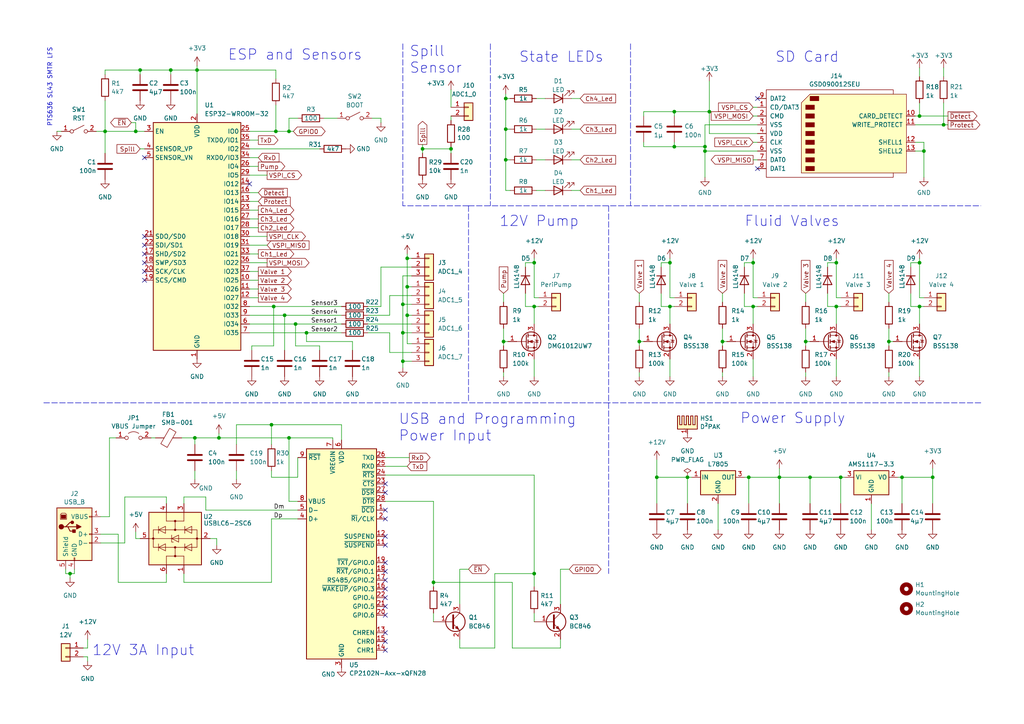
<source format=kicad_sch>
(kicad_sch (version 20230121) (generator eeschema)
  (paper "A4")
  (title_block (title "Plantomation") (date "2023-11-24") (rev "Version 1.0") (company "Synthron"))
  (junction (at 154.94 76.2))
  (junction (at 273.685 36.195))
  (junction (at 204.47 42.545))
  (junction (at 83.82 38.1))
  (junction (at 154.94 88.9))
  (junction (at 154.94 166.37))
  (junction (at 261.62 138.43))
  (junction (at 63.5 127))
  (junction (at 122.555 43.18))
  (junction (at 88.9 96.52))
  (junction (at 190.5 138.43))
  (junction (at 242.57 88.9))
  (junction (at 226.06 138.43))
  (junction (at 195.58 42.545))
  (junction (at 266.7 33.655))
  (junction (at 56.515 127))
  (junction (at 185.42 99.06))
  (junction (at 146.685 37.465))
  (junction (at 118.11 91.44))
  (junction (at 30.48 38.1))
  (junction (at 82.55 91.44))
  (junction (at 199.39 138.43))
  (junction (at 195.58 32.385))
  (junction (at 116.84 104.775))
  (junction (at 118.11 83.185))
  (junction (at 266.7 88.9))
  (junction (at 204.47 43.815))
  (junction (at 234.95 138.43))
  (junction (at 270.51 138.43))
  (junction (at 194.31 76.2))
  (junction (at 243.84 138.43))
  (junction (at 267.97 43.815))
  (junction (at 83.82 127))
  (junction (at 49.53 20.32))
  (junction (at 146.685 28.575))
  (junction (at 242.57 76.2))
  (junction (at 233.68 99.06))
  (junction (at 218.44 88.9))
  (junction (at 40.64 20.32))
  (junction (at 266.7 76.2))
  (junction (at 218.44 76.2))
  (junction (at 257.81 99.06))
  (junction (at 118.11 74.93))
  (junction (at 85.725 93.98))
  (junction (at 78.74 123.19))
  (junction (at 194.31 88.9))
  (junction (at 79.375 88.9))
  (junction (at 205.74 32.385))
  (junction (at 20.32 166.37))
  (junction (at 130.81 43.18))
  (junction (at 39.37 38.1))
  (junction (at 146.05 99.06))
  (junction (at 217.17 138.43))
  (junction (at 146.685 46.355))
  (junction (at 209.55 99.06))
  (junction (at 116.84 96.52))
  (junction (at 116.84 88.265))
  (junction (at 80.01 38.1))
  (junction (at 125.73 168.91))
  (junction (at 57.15 20.32))
  (no_connect (at 111.76 158.115))
  (no_connect (at 41.91 76.2))
  (no_connect (at 111.76 178.435))
  (no_connect (at 111.76 165.735))
  (no_connect (at 111.76 168.275))
  (no_connect (at 111.76 140.335))
  (no_connect (at 111.76 163.195))
  (no_connect (at 111.76 188.595))
  (no_connect (at 111.76 142.875))
  (no_connect (at 219.71 28.575))
  (no_connect (at 111.76 183.515))
  (no_connect (at 41.91 68.58))
  (no_connect (at 111.76 150.495))
  (no_connect (at 41.91 78.74))
  (no_connect (at 111.76 186.055))
  (no_connect (at 111.76 173.355))
  (no_connect (at 111.76 147.955))
  (no_connect (at 219.71 48.895))
  (no_connect (at 111.76 170.815))
  (no_connect (at 41.91 71.12))
  (no_connect (at 72.39 53.34))
  (no_connect (at 41.91 45.72))
  (no_connect (at 41.91 73.66))
  (no_connect (at 41.91 81.28))
  (no_connect (at 111.76 175.895))
  (no_connect (at 111.76 155.575))
  (wire (pts (xy 195.58 33.655) (xy 195.58 32.385)))
  (wire (pts (xy 273.685 36.195) (xy 265.43 36.195)))
  (wire (pts (xy 215.9 138.43) (xy 217.17 138.43)))
  (wire (pts (xy 29.21 157.48) (xy 36.195 157.48)))
  (wire (pts (xy 195.58 32.385) (xy 205.74 32.385)))
  (wire (pts (xy 30.48 29.21) (xy 30.48 38.1)))
  (wire (pts (xy 30.48 38.1) (xy 30.48 44.45)))
  (wire (pts (xy 156.21 88.9) (xy 154.94 88.9)))
  (wire (pts (xy 209.55 95.25) (xy 209.55 99.06)))
  (wire (pts (xy 146.685 55.245) (xy 146.685 46.355)))
  (wire (pts (xy 155.575 46.355) (xy 158.115 46.355)))
  (wire (pts (xy 56.515 127) (xy 56.515 128.905)))
  (wire (pts (xy 243.84 88.9) (xy 242.57 88.9)))
  (wire (pts (xy 88.9 99.06) (xy 88.9 96.52)))
  (wire (pts (xy 111.76 132.715) (xy 118.745 132.715)))
  (wire (pts (xy 165.735 28.575) (xy 168.275 28.575)))
  (wire (pts (xy 25.4 187.96) (xy 25.4 185.42)))
  (wire (pts (xy 194.31 74.93) (xy 194.31 76.2)))
  (wire (pts (xy 190.5 133.35) (xy 190.5 138.43)))
  (wire (pts (xy 57.15 19.05) (xy 57.15 20.32)))
  (wire (pts (xy 218.44 31.115) (xy 219.71 31.115)))
  (wire (pts (xy 39.37 156.21) (xy 40.64 156.21)))
  (wire (pts (xy 152.4 76.2) (xy 154.94 76.2)))
  (wire (pts (xy 116.84 104.775) (xy 119.38 104.775)))
  (wire (pts (xy 146.05 95.25) (xy 146.05 99.06)))
  (wire (pts (xy 73.025 100.33) (xy 79.375 100.33)))
  (wire (pts (xy 72.39 68.58) (xy 77.47 68.58)))
  (wire (pts (xy 215.9 76.2) (xy 218.44 76.2)))
  (wire (pts (xy 205.74 23.495) (xy 205.74 32.385)))
  (wire (pts (xy 78.74 123.19) (xy 78.74 128.905)))
  (wire (pts (xy 270.51 135.89) (xy 270.51 138.43)))
  (wire (pts (xy 122.555 41.91) (xy 122.555 43.18)))
  (wire (pts (xy 133.35 185.42) (xy 133.35 187.96)))
  (wire (pts (xy 86.36 138.43) (xy 86.36 132.715)))
  (wire (pts (xy 31.75 127) (xy 33.655 127)))
  (wire (pts (xy 257.81 99.06) (xy 259.08 99.06)))
  (wire (pts (xy 72.39 50.8) (xy 77.47 50.8)))
  (wire (pts (xy 86.36 145.415) (xy 83.82 145.415)))
  (wire (pts (xy 79.375 88.9) (xy 99.06 88.9)))
  (wire (pts (xy 218.44 86.36) (xy 219.71 86.36)))
  (wire (pts (xy 99.06 96.52) (xy 88.9 96.52)))
  (wire (pts (xy 59.69 147.955) (xy 59.69 144.145)))
  (wire (pts (xy 92.71 101.6) (xy 92.71 100.33)))
  (wire (pts (xy 118.11 83.185) (xy 118.11 91.44)))
  (wire (pts (xy 146.685 28.575) (xy 146.685 27.305)))
  (wire (pts (xy 53.34 144.145) (xy 53.34 146.05)))
  (wire (pts (xy 72.39 63.5) (xy 74.93 63.5)))
  (wire (pts (xy 267.97 41.275) (xy 265.43 41.275)))
  (wire (pts (xy 204.47 51.435) (xy 204.47 43.815)))
  (wire (pts (xy 205.74 32.385) (xy 205.74 38.735)))
  (polyline (pts (xy 176.53 116.84) (xy 176.53 166.37)) (stroke (width 0) (type dash)))
  (polyline (pts (xy 176.53 59.69) (xy 176.53 116.84)) (stroke (width 0) (type dash)))
  (wire (pts (xy 257.81 85.09) (xy 257.81 87.63)))
  (wire (pts (xy 43.815 127) (xy 45.085 127)))
  (wire (pts (xy 111.76 135.255) (xy 118.11 135.255)))
  (wire (pts (xy 130.81 26.035) (xy 130.81 31.115)))
  (wire (pts (xy 165.735 55.245) (xy 168.275 55.245)))
  (wire (pts (xy 215.9 77.47) (xy 215.9 76.2)))
  (wire (pts (xy 34.29 154.94) (xy 29.21 154.94)))
  (wire (pts (xy 113.03 91.44) (xy 106.68 91.44)))
  (wire (pts (xy 72.39 73.66) (xy 74.93 73.66)))
  (wire (pts (xy 233.68 109.22) (xy 233.68 107.95)))
  (wire (pts (xy 191.77 76.2) (xy 194.31 76.2)))
  (wire (pts (xy 82.55 91.44) (xy 72.39 91.44)))
  (wire (pts (xy 48.26 166.37) (xy 48.26 168.91)))
  (polyline (pts (xy 135.89 59.69) (xy 116.84 59.69)) (stroke (width 0) (type dash)))
  (wire (pts (xy 52.705 127) (xy 56.515 127)))
  (polyline (pts (xy 12.7 116.84) (xy 176.53 116.84)) (stroke (width 0) (type dash)))
  (wire (pts (xy 133.35 187.96) (xy 143.51 187.96)))
  (wire (pts (xy 273.685 19.685) (xy 273.685 22.225)))
  (wire (pts (xy 185.42 99.06) (xy 185.42 100.33)))
  (wire (pts (xy 118.11 74.93) (xy 119.38 74.93)))
  (wire (pts (xy 143.51 166.37) (xy 154.94 166.37)))
  (wire (pts (xy 195.58 88.9) (xy 194.31 88.9)))
  (wire (pts (xy 219.71 36.195) (xy 204.47 36.195)))
  (wire (pts (xy 267.97 43.815) (xy 267.97 41.275)))
  (polyline (pts (xy 116.84 12.7) (xy 116.84 59.69)) (stroke (width 0) (type dash)))
  (wire (pts (xy 72.39 60.96) (xy 74.93 60.96)))
  (wire (pts (xy 72.39 45.72) (xy 74.93 45.72)))
  (wire (pts (xy 267.97 88.9) (xy 266.7 88.9)))
  (wire (pts (xy 266.7 86.36) (xy 267.97 86.36)))
  (wire (pts (xy 72.39 66.04) (xy 74.93 66.04)))
  (wire (pts (xy 209.55 99.06) (xy 209.55 100.33)))
  (wire (pts (xy 56.515 136.525) (xy 56.515 139.065)))
  (wire (pts (xy 215.9 88.9) (xy 218.44 88.9)))
  (wire (pts (xy 215.9 85.09) (xy 215.9 88.9)))
  (wire (pts (xy 78.74 136.525) (xy 78.74 138.43)))
  (wire (pts (xy 48.26 144.145) (xy 48.26 146.05)))
  (wire (pts (xy 146.685 46.355) (xy 147.955 46.355)))
  (wire (pts (xy 72.39 38.1) (xy 80.01 38.1)))
  (wire (pts (xy 146.685 28.575) (xy 147.955 28.575)))
  (wire (pts (xy 186.69 42.545) (xy 195.58 42.545)))
  (wire (pts (xy 185.42 85.09) (xy 185.42 87.63)))
  (wire (pts (xy 125.73 168.91) (xy 125.73 145.415)))
  (wire (pts (xy 118.11 73.66) (xy 118.11 74.93)))
  (wire (pts (xy 99.06 91.44) (xy 82.55 91.44)))
  (wire (pts (xy 186.69 32.385) (xy 195.58 32.385)))
  (wire (pts (xy 113.03 85.725) (xy 113.03 91.44)))
  (wire (pts (xy 130.81 43.18) (xy 122.555 43.18)))
  (wire (pts (xy 62.865 156.21) (xy 62.865 158.115)))
  (wire (pts (xy 154.94 76.2) (xy 154.94 86.36)))
  (wire (pts (xy 155.575 37.465) (xy 158.115 37.465)))
  (wire (pts (xy 152.4 88.9) (xy 154.94 88.9)))
  (wire (pts (xy 80.01 22.86) (xy 80.01 20.32)))
  (wire (pts (xy 257.81 99.06) (xy 257.81 100.33)))
  (wire (pts (xy 194.31 76.2) (xy 194.31 86.36)))
  (wire (pts (xy 118.11 91.44) (xy 119.38 91.44)))
  (wire (pts (xy 162.56 165.1) (xy 162.56 175.26)))
  (wire (pts (xy 270.51 146.05) (xy 270.51 138.43)))
  (wire (pts (xy 162.56 185.42) (xy 162.56 187.96)))
  (wire (pts (xy 118.11 83.185) (xy 119.38 83.185)))
  (wire (pts (xy 242.57 86.36) (xy 243.84 86.36)))
  (wire (pts (xy 113.03 102.235) (xy 113.03 96.52)))
  (wire (pts (xy 29.21 149.86) (xy 31.75 149.86)))
  (wire (pts (xy 194.31 109.22) (xy 194.31 104.14)))
  (wire (pts (xy 57.15 20.32) (xy 57.15 33.02)))
  (wire (pts (xy 240.03 88.9) (xy 242.57 88.9)))
  (polyline (pts (xy 135.89 59.69) (xy 135.89 116.205)) (stroke (width 0) (type dash)))
  (wire (pts (xy 243.84 138.43) (xy 245.11 138.43)))
  (wire (pts (xy 40.64 43.18) (xy 41.91 43.18)))
  (wire (pts (xy 24.13 187.96) (xy 25.4 187.96)))
  (wire (pts (xy 78.74 150.495) (xy 78.74 168.91)))
  (wire (pts (xy 209.55 85.09) (xy 209.55 87.63)))
  (wire (pts (xy 265.43 43.815) (xy 267.97 43.815)))
  (wire (pts (xy 204.47 42.545) (xy 204.47 43.815)))
  (wire (pts (xy 92.71 100.33) (xy 85.725 100.33)))
  (wire (pts (xy 130.81 43.18) (xy 130.81 44.45)))
  (wire (pts (xy 88.9 96.52) (xy 72.39 96.52)))
  (wire (pts (xy 27.94 38.1) (xy 30.48 38.1)))
  (wire (pts (xy 218.44 88.9) (xy 218.44 93.98)))
  (wire (pts (xy 154.94 86.36) (xy 156.21 86.36)))
  (wire (pts (xy 85.725 100.33) (xy 85.725 93.98)))
  (wire (pts (xy 146.685 37.465) (xy 146.685 28.575)))
  (wire (pts (xy 205.74 38.735) (xy 219.71 38.735)))
  (wire (pts (xy 125.73 177.8) (xy 125.73 180.34)))
  (wire (pts (xy 146.685 37.465) (xy 147.955 37.465)))
  (wire (pts (xy 273.685 29.845) (xy 273.685 36.195)))
  (wire (pts (xy 99.06 127.635) (xy 99.06 123.19)))
  (wire (pts (xy 190.5 138.43) (xy 190.5 146.05)))
  (wire (pts (xy 86.36 150.495) (xy 78.74 150.495)))
  (wire (pts (xy 191.77 77.47) (xy 191.77 76.2)))
  (wire (pts (xy 135.89 165.1) (xy 133.35 165.1)))
  (wire (pts (xy 116.84 88.265) (xy 116.84 96.52)))
  (wire (pts (xy 218.44 41.275) (xy 219.71 41.275)))
  (wire (pts (xy 154.94 166.37) (xy 154.94 137.795)))
  (wire (pts (xy 20.32 166.37) (xy 21.59 166.37)))
  (wire (pts (xy 217.17 138.43) (xy 217.17 146.05)))
  (wire (pts (xy 82.55 91.44) (xy 82.55 101.6)))
  (wire (pts (xy 185.42 99.06) (xy 186.69 99.06)))
  (wire (pts (xy 80.01 38.1) (xy 83.82 38.1)))
  (wire (pts (xy 78.74 138.43) (xy 86.36 138.43)))
  (polyline (pts (xy 182.88 12.7) (xy 182.88 59.69)) (stroke (width 0) (type dash)))
  (wire (pts (xy 233.68 85.09) (xy 233.68 87.63)))
  (wire (pts (xy 96.52 127.635) (xy 96.52 127)))
  (wire (pts (xy 266.7 29.845) (xy 266.7 33.655)))
  (wire (pts (xy 93.98 34.29) (xy 97.79 34.29)))
  (wire (pts (xy 208.28 146.05) (xy 208.28 153.67)))
  (wire (pts (xy 273.685 36.195) (xy 274.955 36.195)))
  (wire (pts (xy 130.81 33.655) (xy 130.81 34.925)))
  (wire (pts (xy 72.39 76.2) (xy 77.47 76.2)))
  (wire (pts (xy 21.59 166.37) (xy 21.59 165.1)))
  (wire (pts (xy 116.84 96.52) (xy 116.84 104.775)))
  (wire (pts (xy 185.42 95.25) (xy 185.42 99.06)))
  (wire (pts (xy 78.74 123.19) (xy 68.58 123.19)))
  (wire (pts (xy 125.73 145.415) (xy 111.76 145.415)))
  (wire (pts (xy 72.39 40.64) (xy 74.93 40.64)))
  (wire (pts (xy 240.03 85.09) (xy 240.03 88.9)))
  (wire (pts (xy 106.68 93.98) (xy 119.38 93.98)))
  (wire (pts (xy 226.06 138.43) (xy 226.06 135.89)))
  (wire (pts (xy 19.05 165.1) (xy 19.05 166.37)))
  (wire (pts (xy 72.39 71.12) (xy 77.47 71.12)))
  (wire (pts (xy 118.11 91.44) (xy 118.11 99.695)))
  (wire (pts (xy 72.39 78.74) (xy 74.93 78.74)))
  (wire (pts (xy 96.52 127) (xy 83.82 127)))
  (wire (pts (xy 86.36 34.29) (xy 83.82 34.29)))
  (wire (pts (xy 83.82 38.1) (xy 85.09 38.1)))
  (wire (pts (xy 72.39 86.36) (xy 74.93 86.36)))
  (wire (pts (xy 57.15 20.32) (xy 49.53 20.32)))
  (wire (pts (xy 264.16 88.9) (xy 266.7 88.9)))
  (wire (pts (xy 155.575 55.245) (xy 158.115 55.245)))
  (wire (pts (xy 130.81 42.545) (xy 130.81 43.18)))
  (wire (pts (xy 116.84 88.265) (xy 119.38 88.265)))
  (wire (pts (xy 122.555 43.18) (xy 122.555 44.45)))
  (wire (pts (xy 110.49 35.56) (xy 110.49 34.29)))
  (wire (pts (xy 240.03 77.47) (xy 240.03 76.2)))
  (wire (pts (xy 233.68 99.06) (xy 233.68 100.33)))
  (wire (pts (xy 19.05 166.37) (xy 20.32 166.37)))
  (wire (pts (xy 252.73 146.05) (xy 252.73 153.67)))
  (wire (pts (xy 266.7 33.655) (xy 265.43 33.655)))
  (wire (pts (xy 78.74 168.91) (xy 53.34 168.91)))
  (wire (pts (xy 154.94 88.9) (xy 154.94 93.98)))
  (wire (pts (xy 53.34 168.91) (xy 53.34 166.37)))
  (wire (pts (xy 80.01 20.32) (xy 57.15 20.32)))
  (wire (pts (xy 261.62 138.43) (xy 270.51 138.43)))
  (wire (pts (xy 72.39 55.88) (xy 74.93 55.88)))
  (wire (pts (xy 146.685 55.245) (xy 147.955 55.245)))
  (wire (pts (xy 209.55 99.06) (xy 210.82 99.06)))
  (wire (pts (xy 191.77 85.09) (xy 191.77 88.9)))
  (wire (pts (xy 186.69 33.655) (xy 186.69 32.385)))
  (polyline (pts (xy 142.24 12.7) (xy 142.24 59.69)) (stroke (width 0) (type dash)))
  (wire (pts (xy 146.05 109.22) (xy 146.05 107.95)))
  (wire (pts (xy 38.1 35.56) (xy 39.37 35.56)))
  (wire (pts (xy 63.5 125.73) (xy 63.5 127)))
  (wire (pts (xy 194.31 86.36) (xy 195.58 86.36)))
  (wire (pts (xy 233.68 99.06) (xy 234.95 99.06)))
  (wire (pts (xy 110.49 77.47) (xy 110.49 88.9)))
  (wire (pts (xy 218.44 46.355) (xy 219.71 46.355)))
  (wire (pts (xy 218.44 109.22) (xy 218.44 104.14)))
  (wire (pts (xy 243.84 138.43) (xy 243.84 146.05)))
  (wire (pts (xy 191.77 88.9) (xy 194.31 88.9)))
  (wire (pts (xy 118.11 99.695) (xy 119.38 99.695)))
  (wire (pts (xy 165.735 37.465) (xy 168.275 37.465)))
  (wire (pts (xy 261.62 138.43) (xy 260.35 138.43)))
  (wire (pts (xy 152.4 85.09) (xy 152.4 88.9)))
  (wire (pts (xy 264.16 76.2) (xy 266.7 76.2)))
  (wire (pts (xy 72.39 83.82) (xy 74.93 83.82)))
  (polyline (pts (xy 135.89 59.69) (xy 284.48 59.69)) (stroke (width 0) (type dash)))
  (wire (pts (xy 266.7 109.22) (xy 266.7 104.14)))
  (wire (pts (xy 218.44 74.93) (xy 218.44 76.2)))
  (wire (pts (xy 68.58 136.525) (xy 68.58 139.065)))
  (wire (pts (xy 261.62 146.05) (xy 261.62 138.43)))
  (wire (pts (xy 219.71 88.9) (xy 218.44 88.9)))
  (wire (pts (xy 199.39 146.05) (xy 199.39 138.43)))
  (wire (pts (xy 79.375 100.33) (xy 79.375 88.9)))
  (wire (pts (xy 72.39 93.98) (xy 85.725 93.98)))
  (polyline (pts (xy 284.48 116.84) (xy 176.53 116.84)) (stroke (width 0) (type dash)))
  (wire (pts (xy 218.44 33.655) (xy 219.71 33.655)))
  (wire (pts (xy 266.7 19.685) (xy 266.7 22.225)))
  (wire (pts (xy 154.94 170.18) (xy 154.94 166.37)))
  (wire (pts (xy 99.06 123.19) (xy 78.74 123.19)))
  (wire (pts (xy 154.94 137.795) (xy 111.76 137.795)))
  (wire (pts (xy 148.59 187.96) (xy 148.59 168.91)))
  (wire (pts (xy 60.96 156.21) (xy 62.865 156.21)))
  (wire (pts (xy 146.05 85.09) (xy 146.05 87.63)))
  (wire (pts (xy 83.82 145.415) (xy 83.82 127)))
  (wire (pts (xy 242.57 76.2) (xy 242.57 86.36)))
  (wire (pts (xy 36.195 157.48) (xy 36.195 144.145)))
  (wire (pts (xy 218.44 76.2) (xy 218.44 86.36)))
  (wire (pts (xy 242.57 74.93) (xy 242.57 76.2)))
  (wire (pts (xy 148.59 168.91) (xy 125.73 168.91)))
  (wire (pts (xy 154.94 74.93) (xy 154.94 76.2)))
  (wire (pts (xy 119.38 102.235) (xy 113.03 102.235)))
  (wire (pts (xy 266.7 74.93) (xy 266.7 76.2)))
  (wire (pts (xy 217.17 138.43) (xy 226.06 138.43)))
  (wire (pts (xy 155.575 28.575) (xy 158.115 28.575)))
  (wire (pts (xy 31.75 149.86) (xy 31.75 127)))
  (wire (pts (xy 257.81 95.25) (xy 257.81 99.06)))
  (wire (pts (xy 30.48 20.32) (xy 30.48 21.59)))
  (wire (pts (xy 102.235 101.6) (xy 102.235 99.06)))
  (wire (pts (xy 86.36 147.955) (xy 59.69 147.955)))
  (wire (pts (xy 17.78 38.1) (xy 16.51 38.1)))
  (wire (pts (xy 63.5 127) (xy 83.82 127)))
  (wire (pts (xy 113.03 96.52) (xy 106.68 96.52)))
  (wire (pts (xy 185.42 109.22) (xy 185.42 107.95)))
  (wire (pts (xy 143.51 187.96) (xy 143.51 166.37)))
  (wire (pts (xy 267.97 51.435) (xy 267.97 43.815)))
  (wire (pts (xy 146.685 46.355) (xy 146.685 37.465)))
  (wire (pts (xy 119.38 77.47) (xy 110.49 77.47)))
  (wire (pts (xy 226.06 138.43) (xy 234.95 138.43)))
  (wire (pts (xy 72.39 81.28) (xy 74.93 81.28)))
  (wire (pts (xy 234.95 138.43) (xy 234.95 146.05)))
  (wire (pts (xy 264.16 85.09) (xy 264.16 88.9)))
  (wire (pts (xy 233.68 95.25) (xy 233.68 99.06)))
  (wire (pts (xy 146.05 99.06) (xy 146.05 100.33)))
  (wire (pts (xy 39.37 35.56) (xy 39.37 38.1)))
  (wire (pts (xy 59.69 144.145) (xy 53.34 144.145)))
  (wire (pts (xy 92.71 43.18) (xy 72.39 43.18)))
  (wire (pts (xy 165.735 46.355) (xy 168.275 46.355)))
  (wire (pts (xy 204.47 36.195) (xy 204.47 42.545)))
  (wire (pts (xy 116.84 80.01) (xy 119.38 80.01)))
  (wire (pts (xy 204.47 43.815) (xy 219.71 43.815)))
  (wire (pts (xy 242.57 109.22) (xy 242.57 104.14)))
  (wire (pts (xy 39.37 154.305) (xy 39.37 156.21)))
  (wire (pts (xy 209.55 109.22) (xy 209.55 107.95)))
  (wire (pts (xy 20.32 166.37) (xy 20.32 167.64)))
  (wire (pts (xy 194.31 88.9) (xy 194.31 93.98)))
  (wire (pts (xy 49.53 20.32) (xy 40.64 20.32)))
  (wire (pts (xy 110.49 88.9) (xy 106.68 88.9)))
  (wire (pts (xy 118.11 74.93) (xy 118.11 83.185)))
  (wire (pts (xy 119.38 85.725) (xy 113.03 85.725)))
  (wire (pts (xy 154.94 109.22) (xy 154.94 104.14)))
  (wire (pts (xy 73.025 101.6) (xy 73.025 100.33)))
  (wire (pts (xy 190.5 138.43) (xy 199.39 138.43)))
  (wire (pts (xy 83.82 34.29) (xy 83.82 38.1)))
  (wire (pts (xy 242.57 88.9) (xy 242.57 93.98)))
  (wire (pts (xy 154.94 177.8) (xy 154.94 180.34)))
  (wire (pts (xy 116.84 88.265) (xy 116.84 80.01)))
  (wire (pts (xy 234.95 138.43) (xy 243.84 138.43)))
  (wire (pts (xy 240.03 76.2) (xy 242.57 76.2)))
  (wire (pts (xy 165.1 165.1) (xy 162.56 165.1)))
  (wire (pts (xy 40.64 20.32) (xy 40.64 21.59)))
  (wire (pts (xy 24.13 190.5) (xy 25.4 190.5)))
  (wire (pts (xy 257.81 109.22) (xy 257.81 107.95)))
  (wire (pts (xy 102.235 99.06) (xy 88.9 99.06)))
  (wire (pts (xy 116.84 106.68) (xy 116.84 104.775)))
  (wire (pts (xy 72.39 48.26) (xy 74.93 48.26)))
  (wire (pts (xy 199.39 138.43) (xy 200.66 138.43)))
  (wire (pts (xy 195.58 41.275) (xy 195.58 42.545)))
  (wire (pts (xy 72.39 88.9) (xy 79.375 88.9)))
  (wire (pts (xy 80.01 30.48) (xy 80.01 38.1)))
  (wire (pts (xy 40.64 20.32) (xy 30.48 20.32)))
  (wire (pts (xy 85.725 93.98) (xy 99.06 93.98)))
  (wire (pts (xy 264.16 77.47) (xy 264.16 76.2)))
  (wire (pts (xy 34.29 168.91) (xy 34.29 154.94)))
  (wire (pts (xy 266.7 33.655) (xy 274.955 33.655)))
  (wire (pts (xy 30.48 38.1) (xy 39.37 38.1)))
  (wire (pts (xy 48.26 168.91) (xy 34.29 168.91)))
  (wire (pts (xy 116.84 96.52) (xy 119.38 96.52)))
  (wire (pts (xy 266.7 76.2) (xy 266.7 86.36)))
  (wire (pts (xy 133.35 165.1) (xy 133.35 175.26)))
  (wire (pts (xy 56.515 127) (xy 63.5 127)))
  (wire (pts (xy 226.06 138.43) (xy 226.06 146.05)))
  (wire (pts (xy 25.4 190.5) (xy 25.4 191.77)))
  (wire (pts (xy 110.49 34.29) (xy 107.95 34.29)))
  (wire (pts (xy 146.05 99.06) (xy 147.32 99.06)))
  (wire (pts (xy 72.39 58.42) (xy 74.93 58.42)))
  (wire (pts (xy 266.7 88.9) (xy 266.7 93.98)))
  (wire (pts (xy 162.56 187.96) (xy 148.59 187.96)))
  (wire (pts (xy 195.58 42.545) (xy 204.47 42.545)))
  (wire (pts (xy 68.58 123.19) (xy 68.58 128.905)))
  (wire (pts (xy 49.53 20.32) (xy 49.53 21.59)))
  (wire (pts (xy 125.73 170.18) (xy 125.73 168.91)))
  (wire (pts (xy 186.69 41.275) (xy 186.69 42.545)))
  (wire (pts (xy 39.37 38.1) (xy 41.91 38.1)))
  (wire (pts (xy 36.195 144.145) (xy 48.26 144.145)))
  (wire (pts (xy 152.4 77.47) (xy 152.4 76.2)))
  (text "State LEDs" (at 150.495 18.415 0) (effects (font (size 3 3)) (justify left bottom)))
  (text "12V 3A Input" (at 26.67 190.5 0) (effects (font (size 3 3)) (justify left bottom)))
  (text "Fluid Valves" (at 215.9 66.04 0) (effects (font (size 3 3)) (justify left bottom)))
  (text "ESP and Sensors" (at 66.04 17.78 0) (effects (font (size 3 3)) (justify left bottom)))
  (text "12V Pump" (at 144.78 66.04 0) (effects (font (size 3 3)) (justify left bottom)))
  (text "SD Card" (at 224.79 18.415 0) (effects (font (size 3 3)) (justify left bottom)))
  (text "Power Supply" (at 214.63 123.19 0) (effects (font (size 3 3)) (justify left bottom)))
  (text "USB and Programming\nPower Input" (at 115.57 128.27 0) (effects (font (size 3 3)) (justify left bottom)))
  (text "Spill\nSensor" (at 118.745 21.59 0) (effects (font (size 3 3)) (justify left bottom)))
  (text "PTS636 SL43 SMTR LFS\n" (at 15.24 36.83 90) (effects (font (size 1.27 1.27)) (justify left bottom)))
  (label "Dp" (at 79.375 150.495 0))
  (label "Sensor2" (at 90.17 96.52 0))
  (label "Sensor3" (at 90.17 88.9 0))
  (label "Sensor1" (at 90.17 93.98 0))
  (label "Sensor4" (at 90.17 91.44 0))
  (label "Dm" (at 79.375 147.955 0))
  (global_label "VSPI_CS" (shape output) (at 77.47 50.8 0) (property "Intersheetrefs" "${INTERSHEET_REFS}" (effects hide)))
  (global_label "Ch4_Led" (shape output) (at 74.93 60.96 0) (property "Intersheetrefs" "${INTERSHEET_REFS}" (effects hide)))
  (global_label "Valve 2" (shape output) (at 74.93 81.28 0) (property "Intersheetrefs" "${INTERSHEET_REFS}" (effects hide)))
  (global_label "Spill" (shape input) (at 40.64 43.18 180) (property "Intersheetrefs" "${INTERSHEET_REFS}" (effects hide)))
  (global_label "TxD" (shape output) (at 74.93 40.64 0) (property "Intersheetrefs" "${INTERSHEET_REFS}" (effects hide)))
  (global_label "~{Protect}" (shape input) (at 74.93 58.42 0) (property "Intersheetrefs" "${INTERSHEET_REFS}" (effects hide)))
  (global_label "TxD" (shape input) (at 118.11 135.255 0) (property "Intersheetrefs" "${INTERSHEET_REFS}" (effects hide)))
  (global_label "VSPI_CLK" (shape output) (at 77.47 68.58 0) (property "Intersheetrefs" "${INTERSHEET_REFS}" (effects hide)))
  (global_label "~{Protect}" (shape output) (at 274.955 36.195 0) (property "Intersheetrefs" "${INTERSHEET_REFS}" (effects hide)))
  (global_label "RxD" (shape input) (at 74.93 45.72 0) (property "Intersheetrefs" "${INTERSHEET_REFS}" (effects hide)))
  (global_label "GPIO0" (shape bidirectional) (at 85.09 38.1 0) (property "Intersheetrefs" "${INTERSHEET_REFS}" (effects hide)))
  (global_label "VSPI_MOSI" (shape output) (at 77.47 76.2 0) (property "Intersheetrefs" "${INTERSHEET_REFS}" (effects hide)))
  (global_label "Pump" (shape input) (at 146.05 85.09 90) (property "Intersheetrefs" "${INTERSHEET_REFS}" (effects hide)))
  (global_label "Pump" (shape output) (at 74.93 48.26 0) (property "Intersheetrefs" "${INTERSHEET_REFS}" (effects hide)))
  (global_label "Valve 3" (shape input) (at 233.68 85.09 90) (property "Intersheetrefs" "${INTERSHEET_REFS}" (effects hide)))
  (global_label "VSPI_CLK" (shape input) (at 218.44 41.275 180) (property "Intersheetrefs" "${INTERSHEET_REFS}" (effects hide)))
  (global_label "VSPI_MOSI" (shape input) (at 218.44 33.655 180) (property "Intersheetrefs" "${INTERSHEET_REFS}" (effects hide)))
  (global_label "Valve 3" (shape output) (at 74.93 83.82 0) (property "Intersheetrefs" "${INTERSHEET_REFS}" (effects hide)))
  (global_label "Valve 1" (shape input) (at 185.42 85.09 90) (property "Intersheetrefs" "${INTERSHEET_REFS}" (effects hide)))
  (global_label "Ch2_Led" (shape input) (at 168.275 46.355 0) (property "Intersheetrefs" "${INTERSHEET_REFS}" (effects hide)))
  (global_label "VSPI_MISO" (shape output) (at 218.44 46.355 180) (property "Intersheetrefs" "${INTERSHEET_REFS}" (effects hide)))
  (global_label "Ch1_Led" (shape output) (at 74.93 73.66 0) (property "Intersheetrefs" "${INTERSHEET_REFS}" (effects hide)))
  (global_label "~{EN}" (shape bidirectional) (at 38.1 35.56 180) (property "Intersheetrefs" "${INTERSHEET_REFS}" (effects hide)))
  (global_label "Ch3_Led" (shape output) (at 74.93 63.5 0) (property "Intersheetrefs" "${INTERSHEET_REFS}" (effects hide)))
  (global_label "RxD" (shape output) (at 118.745 132.715 0) (property "Intersheetrefs" "${INTERSHEET_REFS}" (effects hide)))
  (global_label "Valve 4" (shape input) (at 257.81 85.09 90) (property "Intersheetrefs" "${INTERSHEET_REFS}" (effects hide)))
  (global_label "Ch2_Led" (shape output) (at 74.93 66.04 0) (property "Intersheetrefs" "${INTERSHEET_REFS}" (effects hide)))
  (global_label "Ch1_Led" (shape input) (at 168.275 55.245 0) (property "Intersheetrefs" "${INTERSHEET_REFS}" (effects hide)))
  (global_label "Valve 1" (shape output) (at 74.93 78.74 0) (property "Intersheetrefs" "${INTERSHEET_REFS}" (effects hide)))
  (global_label "Valve 4" (shape output) (at 74.93 86.36 0) (property "Intersheetrefs" "${INTERSHEET_REFS}" (effects hide)))
  (global_label "~{EN}" (shape bidirectional) (at 135.89 165.1 0) (property "Intersheetrefs" "${INTERSHEET_REFS}" (effects hide)))
  (global_label "VSPI_CS" (shape input) (at 218.44 31.115 180) (property "Intersheetrefs" "${INTERSHEET_REFS}" (effects hide)))
  (global_label "Ch3_Led" (shape input) (at 168.275 37.465 0) (property "Intersheetrefs" "${INTERSHEET_REFS}" (effects hide)))
  (global_label "~{Detect}" (shape input) (at 74.93 55.88 0) (property "Intersheetrefs" "${INTERSHEET_REFS}" (effects hide)))
  (global_label "Ch4_Led" (shape input) (at 168.275 28.575 0) (property "Intersheetrefs" "${INTERSHEET_REFS}" (effects hide)))
  (global_label "VSPI_MISO" (shape input) (at 77.47 71.12 0) (property "Intersheetrefs" "${INTERSHEET_REFS}" (effects hide)))
  (global_label "Spill" (shape output) (at 122.555 41.91 90) (property "Intersheetrefs" "${INTERSHEET_REFS}" (effects hide)))
  (global_label "Valve 2" (shape input) (at 209.55 85.09 90) (property "Intersheetrefs" "${INTERSHEET_REFS}" (effects hide)))
  (global_label "GPIO0" (shape bidirectional) (at 165.1 165.1 0) (property "Intersheetrefs" "${INTERSHEET_REFS}" (effects hide)))
  (global_label "~{Detect}" (shape output) (at 274.955 33.655 0) (property "Intersheetrefs" "${INTERSHEET_REFS}" (effects hide)))
  (symbol (lib_id "power:GND") (at 116.84 106.68 0) (unit 1)
    (property "Reference" "#PWR015" (effects hide))
    (property "Value" "GND" (at 116.84 111.76 0))
  )
  (symbol (lib_id "power:GND") (at 110.49 35.56 0) (unit 1)
    (property "Reference" "#PWR013" (effects hide))
    (property "Value" "GND" (at 110.49 40.64 0))
  )
  (symbol (lib_id "Device:R") (at 90.17 34.29 90) (unit 1)
    (property "Reference" "R3" (at 90.17 31.75 90))
    (property "Value" "100" (at 90.17 34.29 90))
    (property "Footprint" "Resistor_SMD:R_0805_2012Metric" (effects hide))
  )
  (symbol (lib_id "Device:R") (at 151.765 55.245 90) (unit 1)
    (property "Reference" "R8" (at 151.765 52.705 90))
    (property "Value" "1k" (at 151.765 55.245 90))
    (property "Footprint" "Resistor_SMD:R_0805_2012Metric" (effects hide))
  )
  (symbol (lib_id "power:+3V3") (at 57.15 19.05 0) (unit 1)
    (property "Reference" "#PWR08" (effects hide))
    (property "Value" "+3V3" (at 57.15 13.97 0))
  )
  (symbol (lib_id "Device:C") (at 243.84 149.86 0) (unit 1)
    (property "Reference" "C12" (at 246.38 148.59 0) (effects (justify left)))
    (property "Value" "100n" (at 246.38 151.13 0) (effects (justify left)))
    (property "Footprint" "Capacitor_SMD:C_0805_2012Metric" (effects hide))
  )
  (symbol (lib_id "power:+12V") (at 25.4 185.42 0) (unit 1)
    (property "Reference" "#PWR03" (effects hide))
    (property "Value" "+12V" (at 25.4 180.34 0))
  )
  (symbol (lib_id "power:GND") (at 266.7 109.22 0) (unit 1)
    (property "Reference" "#PWR048" (effects hide))
    (property "Value" "GND" (at 266.7 114.3 0))
  )
  (symbol (lib_id "power:GND") (at 130.81 52.07 0) (unit 1)
    (property "Reference" "#PWR059" (effects hide))
    (property "Value" "GND" (at 130.81 57.15 0))
  )
  (symbol (lib_id "Connector_Generic:Conn_01x02") (at 19.05 187.96 0) (mirror y) (unit 1)
    (property "Reference" "J1" (at 19.05 181.61 0))
    (property "Value" "12V" (at 19.05 184.15 0))
    (property "Footprint" "Connector_JST:JST_XH_B2B-XH-A_1x02_P2.50mm_Vertical" (effects hide))
  )
  (symbol (lib_id "Transistor_FET:BSS138") (at 152.4 99.06 0) (unit 1)
    (property "Reference" "Q2" (at 158.75 97.79 0) (effects (justify left)))
    (property "Value" "DMG1012UW7" (at 158.75 100.33 0) (effects (justify left)))
    (property "Footprint" "Package_TO_SOT_SMD:SOT-23" (effects hide))
    (property "Datasheet" "https://cdn-reichelt.de/documents/datenblatt/A200/ZETEX_DMG1012UW_ENG_TDS.pdf" (effects hide))
  )
  (symbol (lib_id "power:GND") (at 252.73 153.67 0) (unit 1)
    (property "Reference" "#PWR041" (effects hide))
    (property "Value" "GND" (at 252.73 158.75 0))
  )
  (symbol (lib_id "power:GND") (at 234.95 153.67 0) (unit 1)
    (property "Reference" "#PWR037" (effects hide))
    (property "Value" "GND" (at 234.95 158.75 0))
  )
  (symbol (lib_id "Transistor_BJT:BC846") (at 160.02 180.34 0) (unit 1)
    (property "Reference" "Q3" (at 165.1 179.07 0) (effects (justify left)))
    (property "Value" "BC846" (at 165.1 181.61 0) (effects (justify left)))
    (property "Footprint" "Package_TO_SOT_SMD:SOT-23" (effects hide))
    (property "Datasheet" "https://assets.nexperia.com/documents/data-sheet/BC846_SER.pdf" (effects hide))
  )
  (symbol (lib_id "power:GND") (at 261.62 153.67 0) (mirror y) (unit 1)
    (property "Reference" "#PWR045" (effects hide))
    (property "Value" "GND" (at 261.62 158.75 0))
  )
  (symbol (lib_id "Connector_Generic:Conn_01x02") (at 161.29 86.36 0) (unit 1)
    (property "Reference" "J7" (at 161.29 80.01 0))
    (property "Value" "PeriPump" (at 161.29 82.55 0))
    (property "Footprint" "Connector_JST:JST_XH_B2B-XH-A_1x02_P2.50mm_Vertical" (effects hide))
  )
  (symbol (lib_id "power:GND") (at 233.68 109.22 0) (unit 1)
    (property "Reference" "#PWR036" (effects hide))
    (property "Value" "GND" (at 233.68 114.3 0))
  )
  (symbol (lib_id "Diode:LL4148") (at 152.4 81.28 90) (mirror x) (unit 1)
    (property "Reference" "D5" (at 151.13 74.93 90) (effects (justify right)))
    (property "Value" "LL4148" (at 149.86 83.82 0) (effects (justify right)))
    (property "Footprint" "Diode_SMD:D_MiniMELF" (effects hide))
    (property "Datasheet" "http://www.vishay.com/docs/85557/ll4148.pdf" (effects hide))
    (property "Sim.Device" "D" (effects hide))
    (property "Sim.Pins" "1=K 2=A" (effects hide))
  )
  (symbol (lib_id "Device:C") (at 30.48 48.26 0) (mirror y) (unit 1)
    (property "Reference" "C1" (at 27.94 46.99 0) (effects (justify left)))
    (property "Value" "100n" (at 27.94 49.53 0) (effects (justify left)))
    (property "Footprint" "Capacitor_SMD:C_0805_2012Metric" (effects hide))
  )
  (symbol (lib_id "power:+5V") (at 118.11 73.66 0) (unit 1)
    (property "Reference" "#PWR016" (effects hide))
    (property "Value" "+5V" (at 118.11 68.58 0))
  )
  (symbol (lib_id "Transistor_FET:BSS138") (at 191.77 99.06 0) (unit 1)
    (property "Reference" "Q4" (at 198.12 97.79 0) (effects (justify left)))
    (property "Value" "BSS138" (at 198.12 100.33 0) (effects (justify left)))
    (property "Footprint" "Package_TO_SOT_SMD:SOT-23" (effects hide))
    (property "Datasheet" "https://www.onsemi.com/pub/Collateral/BSS138-D.PDF" (effects hide))
  )
  (symbol (lib_id "power:GND") (at 217.17 153.67 0) (mirror y) (unit 1)
    (property "Reference" "#PWR031" (effects hide))
    (property "Value" "GND" (at 217.17 158.75 0))
  )
  (symbol (lib_id "Device:C") (at 130.81 48.26 0) (unit 1)
    (property "Reference" "C20" (at 133.35 46.99 0) (effects (justify left)))
    (property "Value" "1n" (at 133.35 49.53 0) (effects (justify left)))
    (property "Footprint" "Capacitor_SMD:C_0805_2012Metric" (effects hide))
  )
  (symbol (lib_id "Device:R") (at 209.55 91.44 0) (unit 1)
    (property "Reference" "R14" (at 212.09 90.17 0) (effects (justify left)))
    (property "Value" "1k" (at 212.09 92.71 0) (effects (justify left)))
    (property "Footprint" "Resistor_SMD:R_0805_2012Metric" (effects hide))
  )
  (symbol (lib_id "power:GND") (at 209.55 109.22 0) (unit 1)
    (property "Reference" "#PWR030" (effects hide))
    (property "Value" "GND" (at 209.55 114.3 0))
  )
  (symbol (lib_id "power:+3V3") (at 273.685 19.685 0) (unit 1)
    (property "Reference" "#PWR046" (effects hide))
    (property "Value" "+3V3" (at 273.685 16.1092 0))
  )
  (symbol (lib_id "power:GND") (at 146.05 109.22 0) (unit 1)
    (property "Reference" "#PWR018" (effects hide))
    (property "Value" "GND" (at 146.05 114.3 0))
  )
  (symbol (lib_id "Device:C") (at 199.39 149.86 0) (unit 1)
    (property "Reference" "C8" (at 201.93 148.59 0) (effects (justify left)))
    (property "Value" "100n" (at 201.93 151.13 0) (effects (justify left)))
    (property "Footprint" "Capacitor_SMD:C_0805_2012Metric" (effects hide))
  )
  (symbol (lib_id "Connector_Generic:Conn_01x03") (at 124.46 93.98 0) (unit 1)
    (property "Reference" "J5" (at 127 92.71 0) (effects (justify left)))
    (property "Value" "ADC1_6" (at 127 95.25 0) (effects (justify left)))
    (property "Footprint" "Connector_JST:JST_XH_B3B-XH-A_1x03_P2.50mm_Vertical" (effects hide))
  )
  (symbol (lib_id "power:GND") (at 20.32 167.64 0) (unit 1)
    (property "Reference" "#PWR02" (effects hide))
    (property "Value" "GND" (at 20.32 172.72 0))
  )
  (symbol (lib_id "power:+5V") (at 226.06 135.89 0) (unit 1)
    (property "Reference" "#PWR034" (effects hide))
    (property "Value" "+5V" (at 226.06 130.81 0))
  )
  (symbol (lib_id "power:PWR_FLAG") (at 199.39 138.43 0) (unit 1)
    (property "Reference" "#FLG02" (effects hide))
    (property "Value" "PWR_FLAG" (at 199.39 133.35 0))
  )
  (symbol (lib_id "Device:R") (at 102.87 96.52 90) (unit 1)
    (property "Reference" "R25" (at 107.95 95.25 90))
    (property "Value" "100" (at 102.87 96.52 90))
    (property "Footprint" "Resistor_SMD:R_0805_2012Metric" (effects hide))
  )
  (symbol (lib_id "Regulator_Linear:AMS1117-3.3") (at 252.73 138.43 0) (unit 1)
    (property "Reference" "U4" (at 252.73 132.08 0))
    (property "Value" "AMS1117-3.3" (at 252.73 134.62 0))
    (property "Footprint" "Package_TO_SOT_SMD:SOT-223-3_TabPin2" (effects hide))
    (property "Datasheet" "http://www.advanced-monolithic.com/pdf/ds1117.pdf" (effects hide))
  )
  (symbol (lib_id "power:GND") (at 99.06 193.675 0) (unit 1)
    (property "Reference" "#PWR012" (effects hide))
    (property "Value" "GND" (at 95.25 195.58 0))
  )
  (symbol (lib_id "Transistor_BJT:BC846") (at 130.81 180.34 0) (unit 1)
    (property "Reference" "Q1" (at 135.89 179.07 0) (effects (justify left)))
    (property "Value" "BC846" (at 135.89 181.61 0) (effects (justify left)))
    (property "Footprint" "Package_TO_SOT_SMD:SOT-23" (effects hide))
    (property "Datasheet" "https://assets.nexperia.com/documents/data-sheet/BC846_SER.pdf" (effects hide))
  )
  (symbol (lib_id "power:GND") (at 199.39 153.67 0) (unit 1)
    (property "Reference" "#PWR028" (effects hide))
    (property "Value" "GND" (at 199.39 158.75 0))
  )
  (symbol (lib_id "power:GND") (at 100.33 43.18 90) (unit 1)
    (property "Reference" "#PWR063" (effects hide))
    (property "Value" "GND" (at 105.41 43.18 90))
  )
  (symbol (lib_id "Mechanical:MountingHole") (at 262.89 170.815 0) (unit 1)
    (property "Reference" "H1" (at 265.43 169.6029 0) (effects (justify left)))
    (property "Value" "MountingHole" (at 265.43 172.0271 0) (effects (justify left)))
    (property "Footprint" "MountingHole:MountingHole_3.2mm_M3" (effects hide))
  )
  (symbol (lib_id "Device:C") (at 226.06 149.86 0) (mirror y) (unit 1)
    (property "Reference" "C10" (at 223.52 148.59 0) (effects (justify left)))
    (property "Value" "4µ7" (at 223.52 151.13 0) (effects (justify left)))
    (property "Footprint" "Capacitor_SMD:C_0805_2012Metric" (effects hide))
  )
  (symbol (lib_id "Device:C") (at 56.515 132.715 0) (unit 1)
    (property "Reference" "C4" (at 60.325 131.445 0) (effects (justify left)))
    (property "Value" "100n" (at 60.325 133.985 0) (effects (justify left)))
    (property "Footprint" "Capacitor_SMD:C_0805_2012Metric" (effects hide))
  )
  (symbol (lib_id "Device:R") (at 151.765 37.465 90) (unit 1)
    (property "Reference" "R6" (at 151.765 34.925 90))
    (property "Value" "1k" (at 151.765 37.465 90))
    (property "Footprint" "Resistor_SMD:R_0805_2012Metric" (effects hide))
  )
  (symbol (lib_id "Regulator_Linear:L7805") (at 208.28 138.43 0) (unit 1)
    (property "Reference" "U3" (at 208.28 132.08 0))
    (property "Value" "L7805" (at 208.28 134.62 0))
    (property "Footprint" "Package_TO_SOT_SMD:TO-252-2" (effects hide))
    (property "Datasheet" "http://www.st.com/content/ccc/resource/technical/document/datasheet/41/4f/b3/b0/12/d4/47/88/CD00000444.pdf/files/CD00000444.pdf/jcr:content/translations/en.CD00000444.pdf" (effects hide))
  )
  (symbol (lib_id "Device:R") (at 30.48 25.4 0) (unit 1)
    (property "Reference" "R1" (at 32.258 24.1879 0) (effects (justify left)))
    (property "Value" "4k7" (at 32.258 26.6121 0) (effects (justify left)))
    (property "Footprint" "Resistor_SMD:R_0805_2012Metric" (effects hide))
  )
  (symbol (lib_id "power:GND") (at 242.57 109.22 0) (unit 1)
    (property "Reference" "#PWR039" (effects hide))
    (property "Value" "GND" (at 242.57 114.3 0))
  )
  (symbol (lib_id "power:GND") (at 154.94 109.22 0) (unit 1)
    (property "Reference" "#PWR020" (effects hide))
    (property "Value" "GND" (at 154.94 114.3 0))
  )
  (symbol (lib_id "Device:R") (at 102.87 88.9 90) (unit 1)
    (property "Reference" "R22" (at 107.95 87.63 90))
    (property "Value" "100" (at 102.87 88.9 90))
    (property "Footprint" "Resistor_SMD:R_0805_2012Metric" (effects hide))
  )
  (symbol (lib_id "power:GND") (at 190.5 153.67 0) (unit 1)
    (property "Reference" "#PWR024" (effects hide))
    (property "Value" "GND" (at 190.5 158.75 0))
  )
  (symbol (lib_id "Connector:SD_Card") (at 242.57 38.735 0) (unit 1)
    (property "Reference" "J14" (at 242.57 22.0177 0))
    (property "Value" "GSD090012SEU " (at 242.57 24.4419 0))
    (property "Footprint" "eigene:GSD090012SEU" (effects hide))
    (property "Datasheet" "https://www.amphenol-cs.com/media/wysiwyg/files/drawing/gsd09001xseu.pdf" (effects hide))
  )
  (symbol (lib_id "power:GND") (at 25.4 191.77 0) (unit 1)
    (property "Reference" "#PWR04" (effects hide))
    (property "Value" "GND" (at 25.4 196.85 0))
  )
  (symbol (lib_id "power:+12V") (at 190.5 133.35 0) (unit 1)
    (property "Reference" "#PWR023" (effects hide))
    (property "Value" "+12V" (at 190.5 128.27 0))
  )
  (symbol (lib_id "Device:LED") (at 161.925 55.245 180) (unit 1)
    (property "Reference" "D4" (at 161.925 50.165 0))
    (property "Value" "LED" (at 161.925 52.705 0))
    (property "Footprint" "LED_SMD:LED_0805_2012Metric" (effects hide))
  )
  (symbol (lib_id "power:+12V") (at 266.7 74.93 0) (unit 1)
    (property "Reference" "#PWR047" (effects hide))
    (property "Value" "+12V" (at 266.7 69.85 0))
  )
  (symbol (lib_id "Device:C") (at 195.58 37.465 0) (unit 1)
    (property "Reference" "C6" (at 198.501 36.6303 0) (effects (justify left)))
    (property "Value" "100n" (at 198.501 39.1672 0) (effects (justify left)))
    (property "Footprint" "Capacitor_SMD:C_0805_2012Metric" (effects hide))
  )
  (symbol (lib_id "Device:R") (at 78.74 132.715 0) (unit 1)
    (property "Reference" "R30" (at 80.01 131.445 0) (effects (justify left)))
    (property "Value" "1k" (at 80.01 133.985 0) (effects (justify left)))
    (property "Footprint" "Resistor_SMD:R_0805_2012Metric" (effects hide))
  )
  (symbol (lib_id "power:GND") (at 57.15 104.14 0) (unit 1)
    (property "Reference" "#PWR09" (effects hide))
    (property "Value" "GND" (at 57.15 109.22 0))
  )
  (symbol (lib_id "Device:R") (at 146.05 91.44 0) (unit 1)
    (property "Reference" "R9" (at 148.59 90.17 0) (effects (justify left)))
    (property "Value" "1k" (at 148.59 92.71 0) (effects (justify left)))
    (property "Footprint" "Resistor_SMD:R_0805_2012Metric" (effects hide))
  )
  (symbol (lib_id "power:GND") (at 40.64 29.21 0) (unit 1)
    (property "Reference" "#PWR06" (effects hide))
    (property "Value" "GND" (at 40.64 34.29 0))
  )
  (symbol (lib_id "Device:R") (at 185.42 104.14 0) (unit 1)
    (property "Reference" "R13" (at 187.96 102.87 0) (effects (justify left)))
    (property "Value" "100k" (at 187.96 105.41 0) (effects (justify left)))
    (property "Footprint" "Resistor_SMD:R_0805_2012Metric" (effects hide))
  )
  (symbol (lib_id "Transistor_FET:BSS138") (at 264.16 99.06 0) (unit 1)
    (property "Reference" "Q7" (at 270.51 97.79 0) (effects (justify left)))
    (property "Value" "BSS138" (at 270.51 100.33 0) (effects (justify left)))
    (property "Footprint" "Package_TO_SOT_SMD:SOT-23" (effects hide))
    (property "Datasheet" "https://www.onsemi.com/pub/Collateral/BSS138-D.PDF" (effects hide))
  )
  (symbol (lib_id "power:GND") (at 218.44 109.22 0) (unit 1)
    (property "Reference" "#PWR033" (effects hide))
    (property "Value" "GND" (at 218.44 114.3 0))
  )
  (symbol (lib_id "power:+12V") (at 218.44 74.93 0) (unit 1)
    (property "Reference" "#PWR032" (effects hide))
    (property "Value" "+12V" (at 218.44 69.85 0))
  )
  (symbol (lib_id "power:GND") (at 194.31 109.22 0) (unit 1)
    (property "Reference" "#PWR027" (effects hide))
    (property "Value" "GND" (at 194.31 114.3 0))
  )
  (symbol (lib_id "Device:C") (at 186.69 37.465 0) (unit 1)
    (property "Reference" "C5" (at 189.611 36.6303 0) (effects (justify left)))
    (property "Value" "1µ" (at 189.611 39.1672 0) (effects (justify left)))
    (property "Footprint" "Capacitor_SMD:C_0805_2012Metric" (effects hide))
  )
  (symbol (lib_id "Connector_Generic:Conn_01x03") (at 124.46 102.235 0) (unit 1)
    (property "Reference" "J6" (at 127 100.965 0) (effects (justify left)))
    (property "Value" "ADC1_7" (at 127 103.505 0) (effects (justify left)))
    (property "Footprint" "Connector_JST:JST_XH_B3B-XH-A_1x03_P2.50mm_Vertical" (effects hide))
  )
  (symbol (lib_id "power:GND") (at 270.51 153.67 0) (mirror y) (unit 1)
    (property "Reference" "#PWR050" (effects hide))
    (property "Value" "GND" (at 270.51 158.75 0))
  )
  (symbol (lib_id "Connector_Generic:Conn_01x02") (at 248.92 86.36 0) (unit 1)
    (property "Reference" "J11" (at 248.92 80.01 0))
    (property "Value" "Valve 3" (at 248.92 82.55 0))
    (property "Footprint" "Connector_JST:JST_XH_B2B-XH-A_1x02_P2.50mm_Vertical" (effects hide))
  )
  (symbol (lib_id "Device:R") (at 96.52 43.18 90) (unit 1)
    (property "Reference" "R31" (at 93.345 41.91 90) (effects (justify left)))
    (property "Value" "4k7" (at 98.425 43.18 90) (effects (justify left)))
    (property "Footprint" "Resistor_SMD:R_0805_2012Metric" (effects hide))
  )
  (symbol (lib_id "power:GND") (at 226.06 153.67 0) (mirror y) (unit 1)
    (property "Reference" "#PWR035" (effects hide))
    (property "Value" "GND" (at 226.06 158.75 0))
  )
  (symbol (lib_id "Device:R") (at 209.55 104.14 0) (unit 1)
    (property "Reference" "R15" (at 212.09 102.87 0) (effects (justify left)))
    (property "Value" "100k" (at 212.09 105.41 0) (effects (justify left)))
    (property "Footprint" "Resistor_SMD:R_0805_2012Metric" (effects hide))
  )
  (symbol (lib_id "Device:LED") (at 161.925 37.465 180) (unit 1)
    (property "Reference" "D2" (at 161.925 32.385 0))
    (property "Value" "LED" (at 161.925 34.925 0))
    (property "Footprint" "LED_SMD:LED_0805_2012Metric" (effects hide))
  )
  (symbol (lib_id "Device:C") (at 73.025 105.41 0) (unit 1)
    (property "Reference" "C15" (at 75.565 104.14 0) (effects (justify left)))
    (property "Value" "1n" (at 75.565 106.68 0) (effects (justify left)))
    (property "Footprint" "Capacitor_SMD:C_0805_2012Metric" (effects hide))
  )
  (symbol (lib_id "Connector_Generic:Conn_01x02") (at 273.05 86.36 0) (unit 1)
    (property "Reference" "J12" (at 273.05 80.01 0))
    (property "Value" "Valve 4" (at 273.05 82.55 0))
    (property "Footprint" "Connector_JST:JST_XH_B2B-XH-A_1x02_P2.50mm_Vertical" (effects hide))
  )
  (symbol (lib_id "Device:R") (at 273.685 26.035 0) (unit 1)
    (property "Reference" "R21" (at 275.463 25.2003 0) (effects (justify left)))
    (property "Value" "1k" (at 275.463 27.7372 0) (effects (justify left)))
    (property "Footprint" "Resistor_SMD:R_0805_2012Metric" (effects hide))
  )
  (symbol (lib_id "power:+3V3") (at 205.74 23.495 0) (unit 1)
    (property "Reference" "#PWR025" (effects hide))
    (property "Value" "+3V3" (at 205.74 19.9192 0))
  )
  (symbol (lib_id "Device:R") (at 102.87 93.98 90) (unit 1)
    (property "Reference" "R24" (at 107.95 92.71 90))
    (property "Value" "100" (at 102.87 93.98 90))
    (property "Footprint" "Resistor_SMD:R_0805_2012Metric" (effects hide))
  )
  (symbol (lib_id "power:GND") (at 49.53 29.21 0) (unit 1)
    (property "Reference" "#PWR07" (effects hide))
    (property "Value" "GND" (at 49.53 34.29 0))
  )
  (symbol (lib_id "Device:FerriteBead") (at 48.895 127 90) (unit 1)
    (property "Reference" "FB1" (at 48.8442 120.2141 90))
    (property "Value" "SMB-001" (at 51.435 122.555 90))
    (property "Footprint" "eigene:SMB-002" (effects hide))
  )
  (symbol (lib_id "power:GND") (at 267.97 51.435 0) (unit 1)
    (property "Reference" "#PWR042" (effects hide))
    (property "Value" "GND" (at 267.97 55.8784 0))
  )
  (symbol (lib_id "Interface_USB:CP2102N-Axx-xQFN28") (at 99.06 160.655 0) (unit 1)
    (property "Reference" "U5" (at 101.2541 192.8551 0) (effects (justify left)))
    (property "Value" "CP2102N-Axx-xQFN28" (at 101.2541 195.2793 0) (effects (justify left)))
    (property "Footprint" "Package_DFN_QFN:QFN-28-1EP_5x5mm_P0.5mm_EP3.35x3.35mm" (effects hide))
    (property "Datasheet" "https://www.silabs.com/documents/public/data-sheets/cp2102n-datasheet.pdf" (effects hide))
  )
  (symbol (lib_id "Device:C") (at 261.62 149.86 0) (mirror y) (unit 1)
    (property "Reference" "C13" (at 259.08 148.59 0) (effects (justify left)))
    (property "Value" "100n" (at 259.08 151.13 0) (effects (justify left)))
    (property "Footprint" "Capacitor_SMD:C_0805_2012Metric" (effects hide))
  )
  (symbol (lib_id "power:+3V3") (at 270.51 135.89 0) (unit 1)
    (property "Reference" "#PWR049" (effects hide))
    (property "Value" "+3V3" (at 270.51 130.81 0))
  )
  (symbol (lib_id "power:GND") (at 73.025 109.22 0) (unit 1)
    (property "Reference" "#PWR051" (effects hide))
    (property "Value" "GND" (at 73.025 114.3 0))
  )
  (symbol (lib_id "Switch:SW_SPST") (at 102.87 34.29 0) (unit 1)
    (property "Reference" "SW2" (at 102.87 27.94 0))
    (property "Value" "BOOT" (at 102.87 30.48 0))
    (property "Footprint" "Button_Switch_SMD:SW_Tactile_SPST_NO_Straight_CK_PTS636Sx25SMTRLFS" (effects hide))
  )
  (symbol (lib_id "Device:C") (at 217.17 149.86 0) (mirror y) (unit 1)
    (property "Reference" "C9" (at 214.63 148.59 0) (effects (justify left)))
    (property "Value" "100n" (at 214.63 151.13 0) (effects (justify left)))
    (property "Footprint" "Capacitor_SMD:C_0805_2012Metric" (effects hide))
  )
  (symbol (lib_id "Device:LED") (at 161.925 28.575 180) (unit 1)
    (property "Reference" "D1" (at 161.925 23.495 0))
    (property "Value" "LED" (at 161.925 26.035 0))
    (property "Footprint" "LED_SMD:LED_0805_2012Metric" (effects hide))
  )
  (symbol (lib_id "Device:R") (at 151.765 28.575 90) (unit 1)
    (property "Reference" "R5" (at 151.765 26.035 90))
    (property "Value" "1k" (at 151.765 28.575 90))
    (property "Footprint" "Resistor_SMD:R_0805_2012Metric" (effects hide))
  )
  (symbol (lib_id "Power_Protection:USBLC6-2SC6") (at 50.8 156.21 90) (unit 1)
    (property "Reference" "U2" (at 60.325 149.86 90))
    (property "Value" "USBLC6-2SC6" (at 66.04 151.765 90))
    (property "Footprint" "Package_TO_SOT_SMD:SOT-23-6" (effects hide))
    (property "Datasheet" "https://www.st.com/resource/en/datasheet/usblc6-2.pdf" (effects hide))
  )
  (symbol (lib_id "Diode:LL4148") (at 191.77 81.28 90) (mirror x) (unit 1)
    (property "Reference" "D6" (at 190.5 74.93 90) (effects (justify right)))
    (property "Value" "LL4148" (at 189.23 83.82 0) (effects (justify right)))
    (property "Footprint" "Diode_SMD:D_MiniMELF" (effects hide))
    (property "Datasheet" "http://www.vishay.com/docs/85557/ll4148.pdf" (effects hide))
    (property "Sim.Device" "D" (effects hide))
    (property "Sim.Pins" "1=K 2=A" (effects hide))
  )
  (symbol (lib_id "power:+5V") (at 63.5 125.73 0) (unit 1)
    (property "Reference" "#PWR010" (effects hide))
    (property "Value" "+5V" (at 63.5 120.65 0))
  )
  (symbol (lib_id "Connector_Generic:Conn_01x03") (at 124.46 77.47 0) (unit 1)
    (property "Reference" "J3" (at 127 76.2 0) (effects (justify left)))
    (property "Value" "ADC1_4" (at 127 78.74 0) (effects (justify left)))
    (property "Footprint" "Connector_JST:JST_XH_B3B-XH-A_1x03_P2.50mm_Vertical" (effects hide))
  )
  (symbol (lib_id "Device:C") (at 92.71 105.41 0) (unit 1)
    (property "Reference" "C17" (at 95.25 104.14 0) (effects (justify left)))
    (property "Value" "1n" (at 95.25 106.68 0) (effects (justify left)))
    (property "Footprint" "Capacitor_SMD:C_0805_2012Metric" (effects hide))
  )
  (symbol (lib_id "power:GND") (at 92.71 109.22 0) (unit 1)
    (property "Reference" "#PWR053" (effects hide))
    (property "Value" "GND" (at 92.71 114.3 0))
  )
  (symbol (lib_id "Jumper:Jumper_2_Open") (at 38.735 127 0) (unit 1)
    (property "Reference" "JP1" (at 38.735 121.2047 0))
    (property "Value" "VBUS Jumper" (at 38.735 123.6289 0))
    (property "Footprint" "Connector_PinHeader_2.54mm:PinHeader_1x02_P2.54mm_Vertical" (effects hide))
  )
  (symbol (lib_id "power:+3V3") (at 146.685 27.305 0) (unit 1)
    (property "Reference" "#PWR017" (effects hide))
    (property "Value" "+3V3" (at 146.685 22.225 0))
  )
  (symbol (lib_id "Connector_Generic:Conn_01x02") (at 200.66 86.36 0) (unit 1)
    (property "Reference" "J8" (at 200.66 80.01 0))
    (property "Value" "Valve 1" (at 200.66 82.55 0))
    (property "Footprint" "Connector_JST:JST_XH_B2B-XH-A_1x02_P2.50mm_Vertical" (effects hide))
  )
  (symbol (lib_id "power:GND") (at 62.865 158.115 0) (unit 1)
    (property "Reference" "#PWR055" (effects hide))
    (property "Value" "GND" (at 62.865 163.195 0))
  )
  (symbol (lib_id "Device:C") (at 49.53 25.4 0) (unit 1)
    (property "Reference" "C3" (at 52.07 24.13 0) (effects (justify left)))
    (property "Value" "100n" (at 52.07 26.67 0) (effects (justify left)))
    (property "Footprint" "Capacitor_SMD:C_0805_2012Metric" (effects hide))
  )
  (symbol (lib_id "power:GND") (at 56.515 139.065 0) (unit 1)
    (property "Reference" "#PWR011" (effects hide))
    (property "Value" "GND" (at 59.69 141.605 0))
  )
  (symbol (lib_id "Device:LED") (at 161.925 46.355 180) (unit 1)
    (property "Reference" "D3" (at 161.925 41.275 0))
    (property "Value" "LED" (at 161.925 43.815 0))
    (property "Footprint" "LED_SMD:LED_0805_2012Metric" (effects hide))
  )
  (symbol (lib_id "Device:R") (at 125.73 173.99 0) (unit 1)
    (property "Reference" "R4" (at 127.508 172.7779 0) (effects (justify left)))
    (property "Value" "4k7" (at 127.508 175.2021 0) (effects (justify left)))
    (property "Footprint" "Resistor_SMD:R_0805_2012Metric" (effects hide))
  )
  (symbol (lib_id "Mechanical:Heatsink_Pad") (at 199.39 123.19 0) (unit 1)
    (property "Reference" "HS1" (at 202.9968 121.3429 0) (effects (justify left)))
    (property "Value" "D²PAK" (at 202.9968 123.7671 0) (effects (justify left)))
    (property "Footprint" "Heatsink:Heatsink_Fischer_FK24413DPAK_23x13mm" (effects hide))
    (property "Datasheet" "https://cdn-reichelt.de/documents/datenblatt/C800/FK24413DPAK.pdf" (effects hide))
  )
  (symbol (lib_id "Connector_Generic:Conn_01x02") (at 224.79 86.36 0) (unit 1)
    (property "Reference" "J9" (at 224.79 80.01 0))
    (property "Value" "Valve 2" (at 224.79 82.55 0))
    (property "Footprint" "Connector_JST:JST_XH_B2B-XH-A_1x02_P2.50mm_Vertical" (effects hide))
  )
  (symbol (lib_id "power:GND") (at 68.58 139.065 0) (unit 1)
    (property "Reference" "#PWR057" (effects hide))
    (property "Value" "GND" (at 68.58 144.145 0))
  )
  (symbol (lib_id "Diode:LL4148") (at 240.03 81.28 90) (mirror x) (unit 1)
    (property "Reference" "D8" (at 238.76 74.93 90) (effects (justify right)))
    (property "Value" "LL4148" (at 237.49 83.82 0) (effects (justify right)))
    (property "Footprint" "Diode_SMD:D_MiniMELF" (effects hide))
    (property "Datasheet" "http://www.vishay.com/docs/85557/ll4148.pdf" (effects hide))
    (property "Sim.Device" "D" (effects hide))
    (property "Sim.Pins" "1=K 2=A" (effects hide))
  )
  (symbol (lib_id "Device:R") (at 266.7 26.035 0) (unit 1)
    (property "Reference" "R18" (at 268.478 25.2003 0) (effects (justify left)))
    (property "Value" "1k" (at 268.478 27.7372 0) (effects (justify left)))
    (property "Footprint" "Resistor_SMD:R_0805_2012Metric" (effects hide))
  )
  (symbol (lib_id "power:+12V") (at 242.57 74.93 0) (unit 1)
    (property "Reference" "#PWR038" (effects hide))
    (property "Value" "+12V" (at 242.57 69.85 0))
  )
  (symbol (lib_id "power:+3V3") (at 130.81 26.035 0) (unit 1)
    (property "Reference" "#PWR060" (effects hide))
    (property "Value" "+3V3" (at 126.365 24.13 0))
  )
  (symbol (lib_id "power:GND") (at 243.84 153.67 0) (unit 1)
    (property "Reference" "#PWR040" (effects hide))
    (property "Value" "GND" (at 243.84 158.75 0))
  )
  (symbol (lib_id "Device:R") (at 257.81 104.14 0) (unit 1)
    (property "Reference" "R20" (at 260.35 102.87 0) (effects (justify left)))
    (property "Value" "100k" (at 260.35 105.41 0) (effects (justify left)))
    (property "Footprint" "Resistor_SMD:R_0805_2012Metric" (effects hide))
  )
  (symbol (lib_id "Device:R") (at 146.05 104.14 0) (unit 1)
    (property "Reference" "R10" (at 148.59 102.87 0) (effects (justify left)))
    (property "Value" "100k" (at 148.59 105.41 0) (effects (justify left)))
    (property "Footprint" "Resistor_SMD:R_0805_2012Metric" (effects hide))
  )
  (symbol (lib_id "power:GND") (at 122.555 52.07 0) (unit 1)
    (property "Reference" "#PWR061" (effects hide))
    (property "Value" "GND" (at 122.555 57.15 0))
  )
  (symbol (lib_id "Device:C") (at 68.58 132.715 0) (unit 1)
    (property "Reference" "C19" (at 72.39 131.445 0) (effects (justify left)))
    (property "Value" "100n" (at 72.39 133.985 0) (effects (justify left)))
    (property "Footprint" "Capacitor_SMD:C_0805_2012Metric" (effects hide))
  )
  (symbol (lib_id "Device:R") (at 154.94 173.99 0) (unit 1)
    (property "Reference" "R11" (at 156.718 172.7779 0) (effects (justify left)))
    (property "Value" "4k7" (at 156.718 175.2021 0) (effects (justify left)))
    (property "Footprint" "Resistor_SMD:R_0805_2012Metric" (effects hide))
  )
  (symbol (lib_id "power:+12V") (at 194.31 74.93 0) (unit 1)
    (property "Reference" "#PWR026" (effects hide))
    (property "Value" "+12V" (at 194.31 69.85 0))
  )
  (symbol (lib_id "Connector_Generic:Conn_01x03") (at 124.46 85.725 0) (unit 1)
    (property "Reference" "J4" (at 127 84.455 0) (effects (justify left)))
    (property "Value" "ADC1_5" (at 127 86.995 0) (effects (justify left)))
    (property "Footprint" "Connector_JST:JST_XH_B3B-XH-A_1x03_P2.50mm_Vertical" (effects hide))
  )
  (symbol (lib_id "Device:R") (at 233.68 91.44 0) (unit 1)
    (property "Reference" "R16" (at 236.22 90.17 0) (effects (justify left)))
    (property "Value" "1k" (at 236.22 92.71 0) (effects (justify left)))
    (property "Footprint" "Resistor_SMD:R_0805_2012Metric" (effects hide))
  )
  (symbol (lib_id "power:GND") (at 82.55 109.22 0) (unit 1)
    (property "Reference" "#PWR052" (effects hide))
    (property "Value" "GND" (at 82.55 114.3 0))
  )
  (symbol (lib_id "Device:R") (at 257.81 91.44 0) (unit 1)
    (property "Reference" "R19" (at 260.35 90.17 0) (effects (justify left)))
    (property "Value" "1k" (at 260.35 92.71 0) (effects (justify left)))
    (property "Footprint" "Resistor_SMD:R_0805_2012Metric" (effects hide))
  )
  (symbol (lib_id "power:+5V") (at 39.37 154.305 0) (unit 1)
    (property "Reference" "#PWR056" (effects hide))
    (property "Value" "+5V" (at 39.37 149.225 0))
  )
  (symbol (lib_id "Transistor_FET:BSS138") (at 215.9 99.06 0) (unit 1)
    (property "Reference" "Q5" (at 222.25 97.79 0) (effects (justify left)))
    (property "Value" "BSS138" (at 222.25 100.33 0) (effects (justify left)))
    (property "Footprint" "Package_TO_SOT_SMD:SOT-23" (effects hide))
    (property "Datasheet" "https://www.onsemi.com/pub/Collateral/BSS138-D.PDF" (effects hide))
  )
  (symbol (lib_id "power:GND") (at 199.39 125.73 0) (unit 1)
    (property "Reference" "#PWR062" (effects hide))
    (property "Value" "GND" (at 199.39 130.81 0))
  )
  (symbol (lib_id "Device:R") (at 185.42 91.44 0) (unit 1)
    (property "Reference" "R12" (at 187.96 90.17 0) (effects (justify left)))
    (property "Value" "1k" (at 187.96 92.71 0) (effects (justify left)))
    (property "Footprint" "Resistor_SMD:R_0805_2012Metric" (effects hide))
  )
  (symbol (lib_id "Diode:LL4148") (at 264.16 81.28 90) (mirror x) (unit 1)
    (property "Reference" "D9" (at 262.89 74.93 90) (effects (justify right)))
    (property "Value" "LL4148" (at 261.62 83.82 0) (effects (justify right)))
    (property "Footprint" "Diode_SMD:D_MiniMELF" (effects hide))
    (property "Datasheet" "http://www.vishay.com/docs/85557/ll4148.pdf" (effects hide))
    (property "Sim.Device" "D" (effects hide))
    (property "Sim.Pins" "1=K 2=A" (effects hide))
  )
  (symbol (lib_id "Device:C") (at 190.5 149.86 0) (unit 1)
    (property "Reference" "C7" (at 193.04 148.59 0) (effects (justify left)))
    (property "Value" "4µ7" (at 193.04 151.13 0) (effects (justify left)))
    (property "Footprint" "Capacitor_SMD:C_0805_2012Metric" (effects hide))
  )
  (symbol (lib_id "Connector_Generic:Conn_01x02") (at 135.89 31.115 0) (unit 1)
    (property "Reference" "J10" (at 135.89 24.765 0))
    (property "Value" "ADC1_0" (at 134.62 27.305 0))
    (property "Footprint" "Connector_JST:JST_XH_B2B-XH-A_1x02_P2.50mm_Vertical" (effects hide))
  )
  (symbol (lib_id "Device:R") (at 80.01 26.67 0) (unit 1)
    (property "Reference" "R2" (at 81.788 25.4579 0) (effects (justify left)))
    (property "Value" "4k7" (at 81.788 27.8821 0) (effects (justify left)))
    (property "Footprint" "Resistor_SMD:R_0805_2012Metric" (effects hide))
  )
  (symbol (lib_id "Diode:LL4148") (at 215.9 81.28 90) (mirror x) (unit 1)
    (property "Reference" "D7" (at 214.63 74.93 90) (effects (justify right)))
    (property "Value" "LL4148" (at 213.36 83.82 0) (effects (justify right)))
    (property "Footprint" "Diode_SMD:D_MiniMELF" (effects hide))
    (property "Datasheet" "http://www.vishay.com/docs/85557/ll4148.pdf" (effects hide))
    (property "Sim.Device" "D" (effects hide))
    (property "Sim.Pins" "1=K 2=A" (effects hide))
  )
  (symbol (lib_id "Device:C") (at 234.95 149.86 0) (unit 1)
    (property "Reference" "C11" (at 237.49 148.59 0) (effects (justify left)))
    (property "Value" "4µ7" (at 237.49 151.13 0) (effects (justify left)))
    (property "Footprint" "Capacitor_SMD:C_0805_2012Metric" (effects hide))
  )
  (symbol (lib_id "power:GND") (at 30.48 52.07 0) (unit 1)
    (property "Reference" "#PWR05" (effects hide))
    (property "Value" "GND" (at 30.48 57.15 0))
  )
  (symbol (lib_id "power:GND") (at 208.28 153.67 0) (unit 1)
    (property "Reference" "#PWR029" (effects hide))
    (property "Value" "GND" (at 208.28 158.75 0))
  )
  (symbol (lib_id "power:GND") (at 204.47 51.435 0) (unit 1)
    (property "Reference" "#PWR022" (effects hide))
    (property "Value" "GND" (at 204.47 55.8784 0))
  )
  (symbol (lib_id "Device:C") (at 40.64 25.4 0) (unit 1)
    (property "Reference" "C2" (at 43.18 24.13 0) (effects (justify left)))
    (property "Value" "4µ7" (at 43.18 26.67 0) (effects (justify left)))
    (property "Footprint" "Capacitor_SMD:C_0805_2012Metric" (effects hide))
  )
  (symbol (lib_id "Device:C") (at 270.51 149.86 0) (mirror y) (unit 1)
    (property "Reference" "C14" (at 267.97 148.59 0) (effects (justify left)))
    (property "Value" "4µ7" (at 267.97 151.13 0) (effects (justify left)))
    (property "Footprint" "Capacitor_SMD:C_0805_2012Metric" (effects hide))
  )
  (symbol (lib_id "power:GND") (at 16.51 38.1 0) (unit 1)
    (property "Reference" "#PWR01" (effects hide))
    (property "Value" "GND" (at 16.51 43.18 0))
  )
  (symbol (lib_id "Device:R") (at 151.765 46.355 90) (unit 1)
    (property "Reference" "R7" (at 151.765 43.815 90))
    (property "Value" "1k" (at 151.765 46.355 90))
    (property "Footprint" "Resistor_SMD:R_0805_2012Metric" (effects hide))
  )
  (symbol (lib_id "Device:R") (at 233.68 104.14 0) (unit 1)
    (property "Reference" "R17" (at 236.22 102.87 0) (effects (justify left)))
    (property "Value" "100k" (at 236.22 105.41 0) (effects (justify left)))
    (property "Footprint" "Resistor_SMD:R_0805_2012Metric" (effects hide))
  )
  (symbol (lib_id "RF_Module:ESP32-WROOM-32") (at 57.15 68.58 0) (unit 1)
    (property "Reference" "U1" (at 59.3441 30.48 0) (effects (justify left)))
    (property "Value" "ESP32-WROOM-32" (at 59.3441 33.02 0) (effects (justify left)))
    (property "Footprint" "RF_Module:ESP32-WROOM-32" (effects hide))
    (property "Datasheet" "https://www.espressif.com/sites/default/files/documentation/esp32-wroom-32_datasheet_en.pdf" (effects hide))
  )
  (symbol (lib_id "power:GND") (at 102.235 109.22 0) (unit 1)
    (property "Reference" "#PWR054" (effects hide))
    (property "Value" "GND" (at 102.235 114.3 0))
  )
  (symbol (lib_id "Device:R") (at 122.555 48.26 0) (unit 1)
    (property "Reference" "R29" (at 124.333 47.0479 0) (effects (justify left)))
    (property "Value" "10k" (at 124.333 49.4721 0) (effects (justify left)))
    (property "Footprint" "Resistor_SMD:R_0805_2012Metric" (effects hide))
  )
  (symbol (lib_id "Device:R") (at 130.81 38.735 0) (unit 1)
    (property "Reference" "R28" (at 132.588 37.5229 0) (effects (justify left)))
    (property "Value" "100" (at 132.588 39.9471 0) (effects (justify left)))
    (property "Footprint" "Resistor_SMD:R_0805_2012Metric" (effects hide))
  )
  (symbol (lib_id "Mechanical:MountingHole") (at 262.89 176.53 0) (unit 1)
    (property "Reference" "H2" (at 265.43 175.3179 0) (effects (justify left)))
    (property "Value" "MountingHole" (at 265.43 177.7421 0) (effects (justify left)))
    (property "Footprint" "MountingHole:MountingHole_3.2mm_M3" (effects hide))
  )
  (symbol (lib_id "Transistor_FET:BSS138") (at 240.03 99.06 0) (unit 1)
    (property "Reference" "Q6" (at 246.38 97.79 0) (effects (justify left)))
    (property "Value" "BSS138" (at 246.38 100.33 0) (effects (justify left)))
    (property "Footprint" "Package_TO_SOT_SMD:SOT-23" (effects hide))
    (property "Datasheet" "https://www.onsemi.com/pub/Collateral/BSS138-D.PDF" (effects hide))
  )
  (symbol (lib_id "Device:R") (at 102.87 91.44 90) (unit 1)
    (property "Reference" "R23" (at 107.95 90.17 90))
    (property "Value" "100" (at 102.87 91.44 90))
    (property "Footprint" "Resistor_SMD:R_0805_2012Metric" (effects hide))
  )
  (symbol (lib_id "power:+3V3") (at 266.7 19.685 0) (unit 1)
    (property "Reference" "#PWR043" (effects hide))
    (property "Value" "+3V3" (at 266.7 16.1092 0))
  )
  (symbol (lib_id "power:+12V") (at 154.94 74.93 0) (unit 1)
    (property "Reference" "#PWR019" (effects hide))
    (property "Value" "+12V" (at 154.94 69.85 0))
  )
  (symbol (lib_id "power:GND") (at 257.81 109.22 0) (unit 1)
    (property "Reference" "#PWR044" (effects hide))
    (property "Value" "GND" (at 257.81 114.3 0))
  )
  (symbol (lib_id "power:GND") (at 185.42 109.22 0) (unit 1)
    (property "Reference" "#PWR021" (effects hide))
    (property "Value" "GND" (at 185.42 114.3 0))
  )
  (symbol (lib_id "Device:C") (at 102.235 105.41 0) (unit 1)
    (property "Reference" "C18" (at 104.775 104.14 0) (effects (justify left)))
    (property "Value" "1n" (at 104.775 106.68 0) (effects (justify left)))
    (property "Footprint" "Capacitor_SMD:C_0805_2012Metric" (effects hide))
  )
  (symbol (lib_id "Device:C") (at 82.55 105.41 0) (unit 1)
    (property "Reference" "C16" (at 85.09 104.14 0) (effects (justify left)))
    (property "Value" "1n" (at 85.09 106.68 0) (effects (justify left)))
    (property "Footprint" "Capacitor_SMD:C_0805_2012Metric" (effects hide))
  )
  (symbol (lib_id "Switch:SW_SPST") (at 22.86 38.1 0) (unit 1)
    (property "Reference" "SW1" (at 22.86 31.75 0))
    (property "Value" "RST" (at 22.86 34.29 0))
    (property "Footprint" "Button_Switch_SMD:SW_Tactile_SPST_NO_Straight_CK_PTS636Sx25SMTRLFS" (effects hide))
  )
  (symbol (lib_id "Connector:USB_B") (at 21.59 154.94 0) (unit 1)
    (property "Reference" "J2" (at 21.59 143.1757 0))
    (property "Value" "USB_B" (at 21.59 145.5999 0))
    (property "Footprint" "Connector_USB:USB_B_Lumberg_2411_02_Horizontal" (effects hide))
    (property "Datasheet" " ~" (effects hide))
  )
)
</source>
